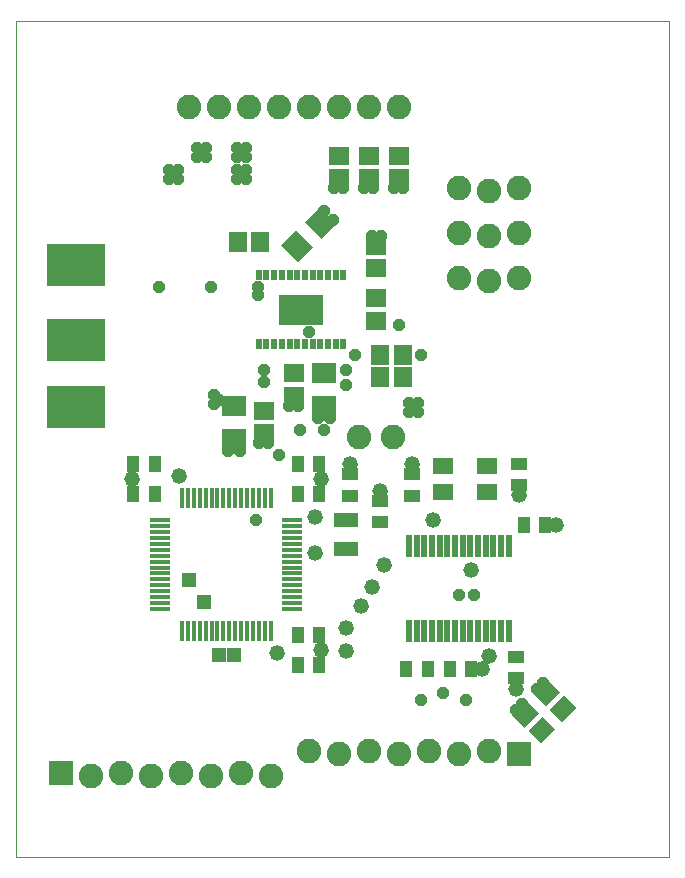
<source format=gts>
G75*
%MOIN*%
%OFA0B0*%
%FSLAX25Y25*%
%IPPOS*%
%LPD*%
%AMOC8*
5,1,8,0,0,1.08239X$1,22.5*
%
%ADD10C,0.00000*%
%ADD11C,0.08200*%
%ADD12R,0.07887X0.07099*%
%ADD13R,0.05918X0.06706*%
%ADD14R,0.07099X0.07887*%
%ADD15R,0.06706X0.05918*%
%ADD16R,0.08200X0.08200*%
%ADD17R,0.01981X0.03753*%
%ADD18R,0.14580X0.10249*%
%ADD19R,0.01784X0.06902*%
%ADD20R,0.06902X0.01784*%
%ADD21R,0.02375X0.07690*%
%ADD22R,0.07887X0.04737*%
%ADD23R,0.03950X0.05524*%
%ADD24R,0.05524X0.03950*%
%ADD25C,0.05200*%
%ADD26R,0.07099X0.05721*%
%ADD27R,0.04737X0.01784*%
%ADD28R,0.01784X0.04737*%
%ADD29R,0.19304X0.14304*%
%ADD30OC8,0.03778*%
%ADD31R,0.04762X0.04762*%
D10*
X0001400Y0006400D02*
X0001400Y0285101D01*
X0218821Y0285101D01*
X0218821Y0006400D01*
X0001400Y0006400D01*
D11*
X0026400Y0033400D03*
X0036400Y0034400D03*
X0046400Y0033400D03*
X0056400Y0034400D03*
X0066400Y0033400D03*
X0076400Y0034400D03*
X0086400Y0033400D03*
X0098900Y0041900D03*
X0108900Y0040900D03*
X0118900Y0041900D03*
X0128900Y0040900D03*
X0138900Y0041900D03*
X0148900Y0040900D03*
X0158900Y0041900D03*
X0127100Y0146400D03*
X0115700Y0146400D03*
X0148900Y0199400D03*
X0158900Y0198400D03*
X0168900Y0199400D03*
X0168900Y0214400D03*
X0158900Y0213400D03*
X0148900Y0214400D03*
X0158900Y0228400D03*
X0168900Y0229400D03*
X0148900Y0229400D03*
X0128900Y0256400D03*
X0118900Y0256400D03*
X0108900Y0256400D03*
X0098900Y0256400D03*
X0088900Y0256400D03*
X0078900Y0256400D03*
X0068900Y0256400D03*
X0058900Y0256400D03*
D12*
X0103900Y0167912D03*
X0103900Y0156888D03*
X0073900Y0156912D03*
X0073900Y0145888D03*
D13*
X0122660Y0166400D03*
X0122660Y0173900D03*
X0130140Y0173900D03*
X0130140Y0166400D03*
X0082640Y0211400D03*
X0075160Y0211400D03*
G36*
X0178048Y0056653D02*
X0173863Y0060838D01*
X0178604Y0065579D01*
X0182789Y0061394D01*
X0178048Y0056653D01*
G37*
G36*
X0176267Y0044292D02*
X0172082Y0048477D01*
X0176823Y0053218D01*
X0181008Y0049033D01*
X0176267Y0044292D01*
G37*
G36*
X0170977Y0049582D02*
X0166792Y0053767D01*
X0171533Y0058508D01*
X0175718Y0054323D01*
X0170977Y0049582D01*
G37*
G36*
X0183338Y0051363D02*
X0179153Y0055548D01*
X0183894Y0060289D01*
X0188079Y0056104D01*
X0183338Y0051363D01*
G37*
D14*
G36*
X0089706Y0210281D02*
X0094725Y0215300D01*
X0100300Y0209725D01*
X0095281Y0204706D01*
X0089706Y0210281D01*
G37*
G36*
X0097500Y0218075D02*
X0102519Y0223094D01*
X0108094Y0217519D01*
X0103075Y0212500D01*
X0097500Y0218075D01*
G37*
D15*
X0108900Y0232660D03*
X0108900Y0240140D03*
X0118900Y0240140D03*
X0118900Y0232660D03*
X0128900Y0232660D03*
X0128900Y0240140D03*
X0121400Y0210140D03*
X0121400Y0202660D03*
X0121400Y0192640D03*
X0121400Y0185160D03*
X0093900Y0167640D03*
X0093900Y0160160D03*
X0083900Y0155140D03*
X0083900Y0147660D03*
D16*
X0168900Y0040900D03*
X0016400Y0034400D03*
D17*
X0082227Y0177384D03*
X0084786Y0177384D03*
X0087345Y0177384D03*
X0089904Y0177384D03*
X0092463Y0177384D03*
X0095022Y0177384D03*
X0097581Y0177384D03*
X0100140Y0177384D03*
X0102699Y0177384D03*
X0105258Y0177384D03*
X0107817Y0177384D03*
X0110376Y0177384D03*
X0110376Y0200416D03*
X0107817Y0200416D03*
X0105258Y0200416D03*
X0102699Y0200416D03*
X0100140Y0200416D03*
X0097581Y0200416D03*
X0095022Y0200416D03*
X0092463Y0200416D03*
X0089904Y0200416D03*
X0087345Y0200416D03*
X0084786Y0200416D03*
X0082227Y0200416D03*
D18*
X0096400Y0188900D03*
D19*
X0086164Y0125947D03*
X0084195Y0125947D03*
X0082227Y0125947D03*
X0080258Y0125947D03*
X0078290Y0125947D03*
X0076321Y0125947D03*
X0074353Y0125947D03*
X0072384Y0125947D03*
X0070416Y0125947D03*
X0068447Y0125947D03*
X0066479Y0125947D03*
X0064510Y0125947D03*
X0062542Y0125947D03*
X0060573Y0125947D03*
X0058605Y0125947D03*
X0056636Y0125947D03*
X0056636Y0081853D03*
X0058605Y0081853D03*
X0060573Y0081853D03*
X0062542Y0081853D03*
X0064510Y0081853D03*
X0066479Y0081853D03*
X0068447Y0081853D03*
X0070416Y0081853D03*
X0072384Y0081853D03*
X0074353Y0081853D03*
X0076321Y0081853D03*
X0078290Y0081853D03*
X0080258Y0081853D03*
X0082227Y0081853D03*
X0084195Y0081853D03*
X0086164Y0081853D03*
D20*
X0093447Y0089136D03*
X0093447Y0091105D03*
X0093447Y0093073D03*
X0093447Y0095042D03*
X0093447Y0097010D03*
X0093447Y0098979D03*
X0093447Y0100947D03*
X0093447Y0102916D03*
X0093447Y0104884D03*
X0093447Y0106853D03*
X0093447Y0108821D03*
X0093447Y0110790D03*
X0093447Y0112758D03*
X0093447Y0114727D03*
X0093447Y0116695D03*
X0093447Y0118664D03*
X0049353Y0118664D03*
X0049353Y0116695D03*
X0049353Y0114727D03*
X0049353Y0112758D03*
X0049353Y0110790D03*
X0049353Y0108821D03*
X0049353Y0106853D03*
X0049353Y0104884D03*
X0049353Y0102916D03*
X0049353Y0100947D03*
X0049353Y0098979D03*
X0049353Y0097010D03*
X0049353Y0095042D03*
X0049353Y0093073D03*
X0049353Y0091105D03*
X0049353Y0089136D03*
D21*
X0132266Y0081853D03*
X0134825Y0081853D03*
X0137384Y0081853D03*
X0139943Y0081853D03*
X0142502Y0081853D03*
X0145061Y0081853D03*
X0147620Y0081853D03*
X0150180Y0081853D03*
X0152739Y0081853D03*
X0155298Y0081853D03*
X0157857Y0081853D03*
X0160416Y0081853D03*
X0162975Y0081853D03*
X0165534Y0081853D03*
X0165534Y0110199D03*
X0162975Y0110199D03*
X0160416Y0110199D03*
X0157857Y0110199D03*
X0155298Y0110199D03*
X0152739Y0110199D03*
X0150180Y0110199D03*
X0147620Y0110199D03*
X0145061Y0110199D03*
X0142502Y0110199D03*
X0139943Y0110199D03*
X0137384Y0110199D03*
X0134825Y0110199D03*
X0132266Y0110199D03*
D22*
X0111400Y0108979D03*
X0111400Y0118821D03*
D23*
X0102424Y0127522D03*
X0095337Y0127522D03*
X0095337Y0137365D03*
X0102424Y0137365D03*
X0102424Y0080278D03*
X0095337Y0080278D03*
X0095337Y0070435D03*
X0102424Y0070435D03*
X0131420Y0068959D03*
X0138506Y0068959D03*
X0146026Y0068959D03*
X0153113Y0068959D03*
X0170632Y0117187D03*
X0177719Y0117187D03*
X0047463Y0127522D03*
X0040376Y0127522D03*
X0040376Y0137365D03*
X0047463Y0137365D03*
D24*
X0112739Y0133939D03*
X0112739Y0126853D03*
X0122581Y0125081D03*
X0122581Y0117994D03*
X0133408Y0126853D03*
X0133408Y0133939D03*
X0168841Y0130455D03*
X0168841Y0137542D03*
X0167857Y0073073D03*
X0167857Y0065987D03*
D25*
X0167857Y0062561D03*
X0158998Y0073388D03*
X0156538Y0068959D03*
X0153093Y0101931D03*
X0140298Y0118664D03*
X0133408Y0137365D03*
X0122581Y0128506D03*
X0112739Y0137365D03*
X0102896Y0132443D03*
X0100928Y0119648D03*
X0100928Y0107837D03*
X0116415Y0090170D03*
X0120036Y0096418D03*
X0123950Y0103900D03*
X0111400Y0082650D03*
X0111400Y0075150D03*
X0102896Y0075357D03*
X0088132Y0074372D03*
X0055652Y0133428D03*
X0039904Y0132443D03*
X0168841Y0127030D03*
X0181144Y0117187D03*
D26*
X0158329Y0128034D03*
X0158329Y0136695D03*
X0143762Y0136695D03*
X0143762Y0128034D03*
D27*
X0167857Y0073782D03*
D28*
X0145711Y0068959D03*
X0170317Y0117187D03*
X0094645Y0137295D03*
X0047926Y0137495D03*
X0094567Y0070431D03*
D29*
X0021400Y0156400D03*
X0021400Y0178900D03*
X0021400Y0203900D03*
D30*
X0048900Y0196400D03*
X0066400Y0196400D03*
X0081900Y0196400D03*
X0081900Y0193900D03*
X0091400Y0191400D03*
X0091400Y0188900D03*
X0091400Y0186400D03*
X0093900Y0186400D03*
X0093900Y0188900D03*
X0093900Y0191400D03*
X0096400Y0191400D03*
X0096400Y0188900D03*
X0096400Y0186400D03*
X0098900Y0186400D03*
X0098900Y0188900D03*
X0098900Y0191400D03*
X0101400Y0191400D03*
X0101400Y0188900D03*
X0101400Y0186400D03*
X0098883Y0181417D03*
X0111400Y0168900D03*
X0114189Y0173900D03*
X0111400Y0163900D03*
X0105900Y0152900D03*
X0103900Y0148900D03*
X0101900Y0152900D03*
X0096111Y0148900D03*
X0095400Y0156900D03*
X0092400Y0156900D03*
X0083900Y0164600D03*
X0083900Y0168900D03*
X0068900Y0158900D03*
X0067400Y0160400D03*
X0067400Y0157400D03*
X0071900Y0141900D03*
X0075900Y0141900D03*
X0082400Y0144400D03*
X0085400Y0144400D03*
X0088900Y0140284D03*
X0081400Y0118900D03*
X0128900Y0183900D03*
X0136400Y0173900D03*
X0135400Y0157900D03*
X0133900Y0156400D03*
X0132400Y0154900D03*
X0132400Y0157900D03*
X0135400Y0154900D03*
X0122900Y0213400D03*
X0119900Y0213400D03*
X0106900Y0218900D03*
X0103900Y0221900D03*
X0107400Y0229400D03*
X0110400Y0229400D03*
X0117400Y0229400D03*
X0120400Y0229400D03*
X0127400Y0229400D03*
X0130400Y0229400D03*
X0077900Y0232400D03*
X0076400Y0233900D03*
X0074900Y0235400D03*
X0074900Y0232400D03*
X0077900Y0235400D03*
X0077900Y0239900D03*
X0076400Y0241400D03*
X0074900Y0239900D03*
X0074900Y0242900D03*
X0077900Y0242900D03*
X0064600Y0242900D03*
X0063100Y0241400D03*
X0061600Y0239900D03*
X0061600Y0242900D03*
X0064600Y0239900D03*
X0055400Y0235400D03*
X0053900Y0233900D03*
X0052400Y0235400D03*
X0052400Y0232400D03*
X0055400Y0232400D03*
X0148900Y0093900D03*
X0153900Y0093900D03*
X0143611Y0061111D03*
X0151400Y0058900D03*
X0136400Y0058900D03*
X0167890Y0055289D03*
X0170011Y0057410D03*
X0174961Y0062360D03*
X0177082Y0064481D03*
D31*
X0073900Y0073900D03*
X0068900Y0073900D03*
X0063900Y0091400D03*
X0058900Y0098900D03*
M02*

</source>
